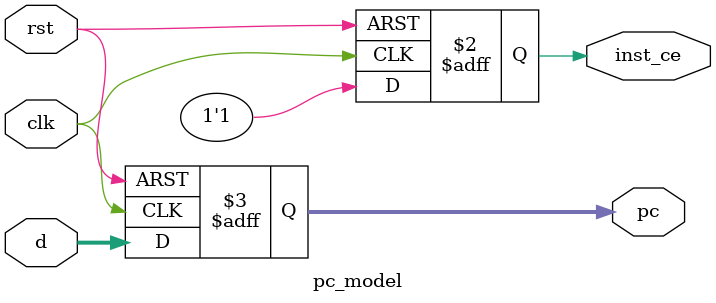
<source format=v>
module pc_model(clk,rst,pc,inst_ce,d
    );
    input clk;
    input rst;
    input [7:0]d;
    output reg inst_ce;
    output reg [7:0]pc;
    always@(posedge clk or posedge rst)begin
     if(rst)begin
       pc<=-4;
       inst_ce<=1'b0;
     end
     else begin
       pc<=d;
       inst_ce<=1'b1;
     end
    end
endmodule
</source>
